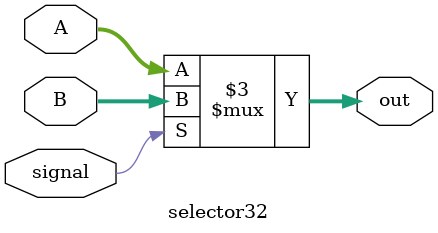
<source format=v>
`timescale 1ns / 1ps


module selector32(A,B,signal,out);
  input [31:0] A, B;
  input signal;
  output reg [31:0] out;
  always@(A or B or signal)
     out <= (signal == 1'b0 ? A : B);
endmodule

</source>
